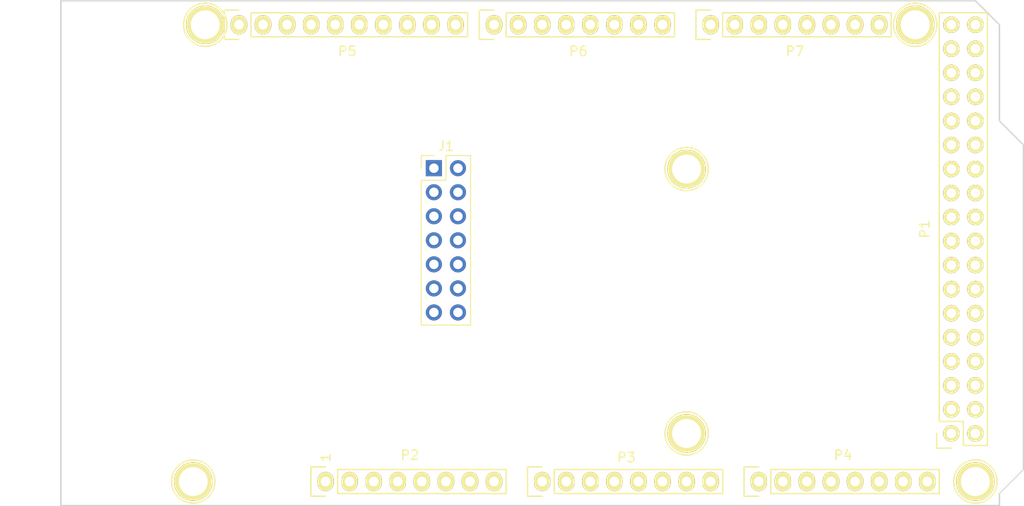
<source format=kicad_pcb>
(kicad_pcb (version 4) (host pcbnew 4.0.7)

  (general
    (links 6)
    (no_connects 6)
    (area 103.302999 68.250999 205.053001 121.741001)
    (thickness 1.6)
    (drawings 27)
    (tracks 0)
    (zones 0)
    (modules 14)
    (nets 94)
  )

  (page A4)
  (title_block
    (date "mar. 31 mars 2015")
  )

  (layers
    (0 F.Cu signal)
    (31 B.Cu signal)
    (32 B.Adhes user)
    (33 F.Adhes user)
    (34 B.Paste user)
    (35 F.Paste user)
    (36 B.SilkS user)
    (37 F.SilkS user)
    (38 B.Mask user)
    (39 F.Mask user)
    (40 Dwgs.User user)
    (41 Cmts.User user)
    (42 Eco1.User user)
    (43 Eco2.User user)
    (44 Edge.Cuts user)
    (45 Margin user)
    (46 B.CrtYd user)
    (47 F.CrtYd user)
    (48 B.Fab user)
    (49 F.Fab user)
  )

  (setup
    (last_trace_width 0.25)
    (trace_clearance 0.2)
    (zone_clearance 0.508)
    (zone_45_only no)
    (trace_min 0.2)
    (segment_width 0.15)
    (edge_width 0.15)
    (via_size 0.6)
    (via_drill 0.4)
    (via_min_size 0.4)
    (via_min_drill 0.3)
    (uvia_size 0.3)
    (uvia_drill 0.1)
    (uvias_allowed no)
    (uvia_min_size 0.2)
    (uvia_min_drill 0.1)
    (pcb_text_width 0.3)
    (pcb_text_size 1.5 1.5)
    (mod_edge_width 0.15)
    (mod_text_size 1 1)
    (mod_text_width 0.15)
    (pad_size 4.064 4.064)
    (pad_drill 3.048)
    (pad_to_mask_clearance 0)
    (aux_axis_origin 103.378 121.666)
    (visible_elements FFFFFF7F)
    (pcbplotparams
      (layerselection 0x00030_80000001)
      (usegerberextensions false)
      (excludeedgelayer true)
      (linewidth 0.100000)
      (plotframeref false)
      (viasonmask false)
      (mode 1)
      (useauxorigin false)
      (hpglpennumber 1)
      (hpglpenspeed 20)
      (hpglpendiameter 15)
      (hpglpenoverlay 2)
      (psnegative false)
      (psa4output false)
      (plotreference true)
      (plotvalue true)
      (plotinvisibletext false)
      (padsonsilk false)
      (subtractmaskfromsilk false)
      (outputformat 1)
      (mirror false)
      (drillshape 1)
      (scaleselection 1)
      (outputdirectory ""))
  )

  (net 0 "")
  (net 1 GND)
  (net 2 "/52(SCK)")
  (net 3 "/53(SS)")
  (net 4 "/50(MISO)")
  (net 5 "/51(MOSI)")
  (net 6 /48)
  (net 7 /49)
  (net 8 /46)
  (net 9 /47)
  (net 10 /44)
  (net 11 /45)
  (net 12 /42)
  (net 13 /43)
  (net 14 /40)
  (net 15 /41)
  (net 16 /38)
  (net 17 /39)
  (net 18 /36)
  (net 19 /37)
  (net 20 /34)
  (net 21 /35)
  (net 22 /32)
  (net 23 /33)
  (net 24 /30)
  (net 25 /31)
  (net 26 /28)
  (net 27 /29)
  (net 28 /26)
  (net 29 /27)
  (net 30 /24)
  (net 31 /25)
  (net 32 /22)
  (net 33 /23)
  (net 34 +5V)
  (net 35 /IOREF)
  (net 36 /Reset)
  (net 37 /Vin)
  (net 38 /A0)
  (net 39 /A1)
  (net 40 /A2)
  (net 41 /A3)
  (net 42 /A4)
  (net 43 /A5)
  (net 44 /A6)
  (net 45 /A7)
  (net 46 /A8)
  (net 47 /A9)
  (net 48 /A10)
  (net 49 /A11)
  (net 50 /A12)
  (net 51 /A13)
  (net 52 /A14)
  (net 53 /A15)
  (net 54 /SCL)
  (net 55 /SDA)
  (net 56 /AREF)
  (net 57 "/13(**)")
  (net 58 "/12(**)")
  (net 59 "/11(**)")
  (net 60 "/10(**)")
  (net 61 "/9(**)")
  (net 62 "/8(**)")
  (net 63 "/7(**)")
  (net 64 "/6(**)")
  (net 65 "/5(**)")
  (net 66 "/4(**)")
  (net 67 "/3(**)")
  (net 68 "/2(**)")
  (net 69 "/20(SDA)")
  (net 70 "/21(SCL)")
  (net 71 "Net-(P8-Pad1)")
  (net 72 "Net-(P9-Pad1)")
  (net 73 "Net-(P10-Pad1)")
  (net 74 "Net-(P11-Pad1)")
  (net 75 "Net-(P12-Pad1)")
  (net 76 "Net-(P13-Pad1)")
  (net 77 "Net-(P2-Pad1)")
  (net 78 +3V3)
  (net 79 "/1(Tx0)")
  (net 80 "/0(Rx0)")
  (net 81 "/14(Tx3)")
  (net 82 "/15(Rx3)")
  (net 83 "/16(Tx2)")
  (net 84 "/17(Rx2)")
  (net 85 "/18(Tx1)")
  (net 86 "/19(Rx1)")
  (net 87 "Net-(J1-Pad8)")
  (net 88 "Net-(J1-Pad9)")
  (net 89 "Net-(J1-Pad10)")
  (net 90 "Net-(J1-Pad11)")
  (net 91 "Net-(J1-Pad12)")
  (net 92 "Net-(J1-Pad13)")
  (net 93 "Net-(J1-Pad14)")

  (net_class Default "This is the default net class."
    (clearance 0.2)
    (trace_width 0.25)
    (via_dia 0.6)
    (via_drill 0.4)
    (uvia_dia 0.3)
    (uvia_drill 0.1)
    (add_net +3V3)
    (add_net +5V)
    (add_net "/0(Rx0)")
    (add_net "/1(Tx0)")
    (add_net "/10(**)")
    (add_net "/11(**)")
    (add_net "/12(**)")
    (add_net "/13(**)")
    (add_net "/14(Tx3)")
    (add_net "/15(Rx3)")
    (add_net "/16(Tx2)")
    (add_net "/17(Rx2)")
    (add_net "/18(Tx1)")
    (add_net "/19(Rx1)")
    (add_net "/2(**)")
    (add_net "/20(SDA)")
    (add_net "/21(SCL)")
    (add_net /22)
    (add_net /23)
    (add_net /24)
    (add_net /25)
    (add_net /26)
    (add_net /27)
    (add_net /28)
    (add_net /29)
    (add_net "/3(**)")
    (add_net /30)
    (add_net /31)
    (add_net /32)
    (add_net /33)
    (add_net /34)
    (add_net /35)
    (add_net /36)
    (add_net /37)
    (add_net /38)
    (add_net /39)
    (add_net "/4(**)")
    (add_net /40)
    (add_net /41)
    (add_net /42)
    (add_net /43)
    (add_net /44)
    (add_net /45)
    (add_net /46)
    (add_net /47)
    (add_net /48)
    (add_net /49)
    (add_net "/5(**)")
    (add_net "/50(MISO)")
    (add_net "/51(MOSI)")
    (add_net "/52(SCK)")
    (add_net "/53(SS)")
    (add_net "/6(**)")
    (add_net "/7(**)")
    (add_net "/8(**)")
    (add_net "/9(**)")
    (add_net /A0)
    (add_net /A1)
    (add_net /A10)
    (add_net /A11)
    (add_net /A12)
    (add_net /A13)
    (add_net /A14)
    (add_net /A15)
    (add_net /A2)
    (add_net /A3)
    (add_net /A4)
    (add_net /A5)
    (add_net /A6)
    (add_net /A7)
    (add_net /A8)
    (add_net /A9)
    (add_net /AREF)
    (add_net /IOREF)
    (add_net /Reset)
    (add_net /SCL)
    (add_net /SDA)
    (add_net /Vin)
    (add_net GND)
    (add_net "Net-(J1-Pad10)")
    (add_net "Net-(J1-Pad11)")
    (add_net "Net-(J1-Pad12)")
    (add_net "Net-(J1-Pad13)")
    (add_net "Net-(J1-Pad14)")
    (add_net "Net-(J1-Pad8)")
    (add_net "Net-(J1-Pad9)")
    (add_net "Net-(P10-Pad1)")
    (add_net "Net-(P11-Pad1)")
    (add_net "Net-(P12-Pad1)")
    (add_net "Net-(P13-Pad1)")
    (add_net "Net-(P2-Pad1)")
    (add_net "Net-(P8-Pad1)")
    (add_net "Net-(P9-Pad1)")
  )

  (module Socket_Arduino_Mega:Socket_Strip_Arduino_2x18 locked (layer F.Cu) (tedit 55216789) (tstamp 551AFCE5)
    (at 197.358 114.046 90)
    (descr "Through hole socket strip")
    (tags "socket strip")
    (path /56D743B5)
    (fp_text reference P1 (at 21.59 -2.794 90) (layer F.SilkS)
      (effects (font (size 1 1) (thickness 0.15)))
    )
    (fp_text value Digital (at 21.59 -4.572 90) (layer F.Fab)
      (effects (font (size 1 1) (thickness 0.15)))
    )
    (fp_line (start -1.75 -1.75) (end -1.75 4.3) (layer F.CrtYd) (width 0.05))
    (fp_line (start 44.95 -1.75) (end 44.95 4.3) (layer F.CrtYd) (width 0.05))
    (fp_line (start -1.75 -1.75) (end 44.95 -1.75) (layer F.CrtYd) (width 0.05))
    (fp_line (start -1.75 4.3) (end 44.95 4.3) (layer F.CrtYd) (width 0.05))
    (fp_line (start -1.27 3.81) (end 44.45 3.81) (layer F.SilkS) (width 0.15))
    (fp_line (start 44.45 -1.27) (end 1.27 -1.27) (layer F.SilkS) (width 0.15))
    (fp_line (start 44.45 3.81) (end 44.45 -1.27) (layer F.SilkS) (width 0.15))
    (fp_line (start -1.27 3.81) (end -1.27 1.27) (layer F.SilkS) (width 0.15))
    (fp_line (start 0 -1.55) (end -1.55 -1.55) (layer F.SilkS) (width 0.15))
    (fp_line (start -1.27 1.27) (end 1.27 1.27) (layer F.SilkS) (width 0.15))
    (fp_line (start 1.27 1.27) (end 1.27 -1.27) (layer F.SilkS) (width 0.15))
    (fp_line (start -1.55 -1.55) (end -1.55 0) (layer F.SilkS) (width 0.15))
    (pad 1 thru_hole circle (at 0 0 90) (size 1.7272 1.7272) (drill 1.016) (layers *.Cu *.Mask F.SilkS)
      (net 1 GND))
    (pad 2 thru_hole oval (at 0 2.54 90) (size 1.7272 1.7272) (drill 1.016) (layers *.Cu *.Mask F.SilkS)
      (net 1 GND))
    (pad 3 thru_hole oval (at 2.54 0 90) (size 1.7272 1.7272) (drill 1.016) (layers *.Cu *.Mask F.SilkS)
      (net 2 "/52(SCK)"))
    (pad 4 thru_hole oval (at 2.54 2.54 90) (size 1.7272 1.7272) (drill 1.016) (layers *.Cu *.Mask F.SilkS)
      (net 3 "/53(SS)"))
    (pad 5 thru_hole oval (at 5.08 0 90) (size 1.7272 1.7272) (drill 1.016) (layers *.Cu *.Mask F.SilkS)
      (net 4 "/50(MISO)"))
    (pad 6 thru_hole oval (at 5.08 2.54 90) (size 1.7272 1.7272) (drill 1.016) (layers *.Cu *.Mask F.SilkS)
      (net 5 "/51(MOSI)"))
    (pad 7 thru_hole oval (at 7.62 0 90) (size 1.7272 1.7272) (drill 1.016) (layers *.Cu *.Mask F.SilkS)
      (net 6 /48))
    (pad 8 thru_hole oval (at 7.62 2.54 90) (size 1.7272 1.7272) (drill 1.016) (layers *.Cu *.Mask F.SilkS)
      (net 7 /49))
    (pad 9 thru_hole oval (at 10.16 0 90) (size 1.7272 1.7272) (drill 1.016) (layers *.Cu *.Mask F.SilkS)
      (net 8 /46))
    (pad 10 thru_hole oval (at 10.16 2.54 90) (size 1.7272 1.7272) (drill 1.016) (layers *.Cu *.Mask F.SilkS)
      (net 9 /47))
    (pad 11 thru_hole oval (at 12.7 0 90) (size 1.7272 1.7272) (drill 1.016) (layers *.Cu *.Mask F.SilkS)
      (net 10 /44))
    (pad 12 thru_hole oval (at 12.7 2.54 90) (size 1.7272 1.7272) (drill 1.016) (layers *.Cu *.Mask F.SilkS)
      (net 11 /45))
    (pad 13 thru_hole oval (at 15.24 0 90) (size 1.7272 1.7272) (drill 1.016) (layers *.Cu *.Mask F.SilkS)
      (net 12 /42))
    (pad 14 thru_hole oval (at 15.24 2.54 90) (size 1.7272 1.7272) (drill 1.016) (layers *.Cu *.Mask F.SilkS)
      (net 13 /43))
    (pad 15 thru_hole oval (at 17.78 0 90) (size 1.7272 1.7272) (drill 1.016) (layers *.Cu *.Mask F.SilkS)
      (net 14 /40))
    (pad 16 thru_hole oval (at 17.78 2.54 90) (size 1.7272 1.7272) (drill 1.016) (layers *.Cu *.Mask F.SilkS)
      (net 15 /41))
    (pad 17 thru_hole oval (at 20.32 0 90) (size 1.7272 1.7272) (drill 1.016) (layers *.Cu *.Mask F.SilkS)
      (net 16 /38))
    (pad 18 thru_hole oval (at 20.32 2.54 90) (size 1.7272 1.7272) (drill 1.016) (layers *.Cu *.Mask F.SilkS)
      (net 17 /39))
    (pad 19 thru_hole oval (at 22.86 0 90) (size 1.7272 1.7272) (drill 1.016) (layers *.Cu *.Mask F.SilkS)
      (net 18 /36))
    (pad 20 thru_hole oval (at 22.86 2.54 90) (size 1.7272 1.7272) (drill 1.016) (layers *.Cu *.Mask F.SilkS)
      (net 19 /37))
    (pad 21 thru_hole oval (at 25.4 0 90) (size 1.7272 1.7272) (drill 1.016) (layers *.Cu *.Mask F.SilkS)
      (net 20 /34))
    (pad 22 thru_hole oval (at 25.4 2.54 90) (size 1.7272 1.7272) (drill 1.016) (layers *.Cu *.Mask F.SilkS)
      (net 21 /35))
    (pad 23 thru_hole oval (at 27.94 0 90) (size 1.7272 1.7272) (drill 1.016) (layers *.Cu *.Mask F.SilkS)
      (net 22 /32))
    (pad 24 thru_hole oval (at 27.94 2.54 90) (size 1.7272 1.7272) (drill 1.016) (layers *.Cu *.Mask F.SilkS)
      (net 23 /33))
    (pad 25 thru_hole oval (at 30.48 0 90) (size 1.7272 1.7272) (drill 1.016) (layers *.Cu *.Mask F.SilkS)
      (net 24 /30))
    (pad 26 thru_hole oval (at 30.48 2.54 90) (size 1.7272 1.7272) (drill 1.016) (layers *.Cu *.Mask F.SilkS)
      (net 25 /31))
    (pad 27 thru_hole oval (at 33.02 0 90) (size 1.7272 1.7272) (drill 1.016) (layers *.Cu *.Mask F.SilkS)
      (net 26 /28))
    (pad 28 thru_hole oval (at 33.02 2.54 90) (size 1.7272 1.7272) (drill 1.016) (layers *.Cu *.Mask F.SilkS)
      (net 27 /29))
    (pad 29 thru_hole oval (at 35.56 0 90) (size 1.7272 1.7272) (drill 1.016) (layers *.Cu *.Mask F.SilkS)
      (net 28 /26))
    (pad 30 thru_hole oval (at 35.56 2.54 90) (size 1.7272 1.7272) (drill 1.016) (layers *.Cu *.Mask F.SilkS)
      (net 29 /27))
    (pad 31 thru_hole oval (at 38.1 0 90) (size 1.7272 1.7272) (drill 1.016) (layers *.Cu *.Mask F.SilkS)
      (net 30 /24))
    (pad 32 thru_hole oval (at 38.1 2.54 90) (size 1.7272 1.7272) (drill 1.016) (layers *.Cu *.Mask F.SilkS)
      (net 31 /25))
    (pad 33 thru_hole oval (at 40.64 0 90) (size 1.7272 1.7272) (drill 1.016) (layers *.Cu *.Mask F.SilkS)
      (net 32 /22))
    (pad 34 thru_hole oval (at 40.64 2.54 90) (size 1.7272 1.7272) (drill 1.016) (layers *.Cu *.Mask F.SilkS)
      (net 33 /23))
    (pad 35 thru_hole oval (at 43.18 0 90) (size 1.7272 1.7272) (drill 1.016) (layers *.Cu *.Mask F.SilkS)
      (net 34 +5V))
    (pad 36 thru_hole oval (at 43.18 2.54 90) (size 1.7272 1.7272) (drill 1.016) (layers *.Cu *.Mask F.SilkS)
      (net 34 +5V))
    (model ${KIPRJMOD}/Socket_Arduino_Mega.3dshapes/Socket_header_Arduino_2x18.wrl
      (at (xyz 0.85 -0.05 0))
      (scale (xyz 1 1 1))
      (rotate (xyz 0 0 180))
    )
  )

  (module Socket_Arduino_Mega:Socket_Strip_Arduino_1x08 locked (layer F.Cu) (tedit 55216755) (tstamp 551AFCFC)
    (at 131.318 119.126)
    (descr "Through hole socket strip")
    (tags "socket strip")
    (path /56D71773)
    (fp_text reference P2 (at 8.89 -2.794) (layer F.SilkS)
      (effects (font (size 1 1) (thickness 0.15)))
    )
    (fp_text value Power (at 8.89 -4.318) (layer F.Fab)
      (effects (font (size 1 1) (thickness 0.15)))
    )
    (fp_line (start -1.75 -1.75) (end -1.75 1.75) (layer F.CrtYd) (width 0.05))
    (fp_line (start 19.55 -1.75) (end 19.55 1.75) (layer F.CrtYd) (width 0.05))
    (fp_line (start -1.75 -1.75) (end 19.55 -1.75) (layer F.CrtYd) (width 0.05))
    (fp_line (start -1.75 1.75) (end 19.55 1.75) (layer F.CrtYd) (width 0.05))
    (fp_line (start 1.27 1.27) (end 19.05 1.27) (layer F.SilkS) (width 0.15))
    (fp_line (start 19.05 1.27) (end 19.05 -1.27) (layer F.SilkS) (width 0.15))
    (fp_line (start 19.05 -1.27) (end 1.27 -1.27) (layer F.SilkS) (width 0.15))
    (fp_line (start -1.55 1.55) (end 0 1.55) (layer F.SilkS) (width 0.15))
    (fp_line (start 1.27 1.27) (end 1.27 -1.27) (layer F.SilkS) (width 0.15))
    (fp_line (start 0 -1.55) (end -1.55 -1.55) (layer F.SilkS) (width 0.15))
    (fp_line (start -1.55 -1.55) (end -1.55 1.55) (layer F.SilkS) (width 0.15))
    (pad 1 thru_hole oval (at 0 0) (size 1.7272 2.032) (drill 1.016) (layers *.Cu *.Mask F.SilkS)
      (net 77 "Net-(P2-Pad1)"))
    (pad 2 thru_hole oval (at 2.54 0) (size 1.7272 2.032) (drill 1.016) (layers *.Cu *.Mask F.SilkS)
      (net 35 /IOREF))
    (pad 3 thru_hole oval (at 5.08 0) (size 1.7272 2.032) (drill 1.016) (layers *.Cu *.Mask F.SilkS)
      (net 36 /Reset))
    (pad 4 thru_hole oval (at 7.62 0) (size 1.7272 2.032) (drill 1.016) (layers *.Cu *.Mask F.SilkS)
      (net 78 +3V3))
    (pad 5 thru_hole oval (at 10.16 0) (size 1.7272 2.032) (drill 1.016) (layers *.Cu *.Mask F.SilkS)
      (net 34 +5V))
    (pad 6 thru_hole oval (at 12.7 0) (size 1.7272 2.032) (drill 1.016) (layers *.Cu *.Mask F.SilkS)
      (net 1 GND))
    (pad 7 thru_hole oval (at 15.24 0) (size 1.7272 2.032) (drill 1.016) (layers *.Cu *.Mask F.SilkS)
      (net 1 GND))
    (pad 8 thru_hole oval (at 17.78 0) (size 1.7272 2.032) (drill 1.016) (layers *.Cu *.Mask F.SilkS)
      (net 37 /Vin))
    (model ${KIPRJMOD}/Socket_Arduino_Mega.3dshapes/Socket_header_Arduino_1x08.wrl
      (at (xyz 0.35 0 0))
      (scale (xyz 1 1 1))
      (rotate (xyz 0 0 180))
    )
  )

  (module Socket_Arduino_Mega:Socket_Strip_Arduino_1x08 locked (layer F.Cu) (tedit 5521677D) (tstamp 551AFD13)
    (at 154.178 119.126)
    (descr "Through hole socket strip")
    (tags "socket strip")
    (path /56D72F1C)
    (fp_text reference P3 (at 8.89 -2.54) (layer F.SilkS)
      (effects (font (size 1 1) (thickness 0.15)))
    )
    (fp_text value Analog (at 8.89 -4.318) (layer F.Fab)
      (effects (font (size 1 1) (thickness 0.15)))
    )
    (fp_line (start -1.75 -1.75) (end -1.75 1.75) (layer F.CrtYd) (width 0.05))
    (fp_line (start 19.55 -1.75) (end 19.55 1.75) (layer F.CrtYd) (width 0.05))
    (fp_line (start -1.75 -1.75) (end 19.55 -1.75) (layer F.CrtYd) (width 0.05))
    (fp_line (start -1.75 1.75) (end 19.55 1.75) (layer F.CrtYd) (width 0.05))
    (fp_line (start 1.27 1.27) (end 19.05 1.27) (layer F.SilkS) (width 0.15))
    (fp_line (start 19.05 1.27) (end 19.05 -1.27) (layer F.SilkS) (width 0.15))
    (fp_line (start 19.05 -1.27) (end 1.27 -1.27) (layer F.SilkS) (width 0.15))
    (fp_line (start -1.55 1.55) (end 0 1.55) (layer F.SilkS) (width 0.15))
    (fp_line (start 1.27 1.27) (end 1.27 -1.27) (layer F.SilkS) (width 0.15))
    (fp_line (start 0 -1.55) (end -1.55 -1.55) (layer F.SilkS) (width 0.15))
    (fp_line (start -1.55 -1.55) (end -1.55 1.55) (layer F.SilkS) (width 0.15))
    (pad 1 thru_hole oval (at 0 0) (size 1.7272 2.032) (drill 1.016) (layers *.Cu *.Mask F.SilkS)
      (net 38 /A0))
    (pad 2 thru_hole oval (at 2.54 0) (size 1.7272 2.032) (drill 1.016) (layers *.Cu *.Mask F.SilkS)
      (net 39 /A1))
    (pad 3 thru_hole oval (at 5.08 0) (size 1.7272 2.032) (drill 1.016) (layers *.Cu *.Mask F.SilkS)
      (net 40 /A2))
    (pad 4 thru_hole oval (at 7.62 0) (size 1.7272 2.032) (drill 1.016) (layers *.Cu *.Mask F.SilkS)
      (net 41 /A3))
    (pad 5 thru_hole oval (at 10.16 0) (size 1.7272 2.032) (drill 1.016) (layers *.Cu *.Mask F.SilkS)
      (net 42 /A4))
    (pad 6 thru_hole oval (at 12.7 0) (size 1.7272 2.032) (drill 1.016) (layers *.Cu *.Mask F.SilkS)
      (net 43 /A5))
    (pad 7 thru_hole oval (at 15.24 0) (size 1.7272 2.032) (drill 1.016) (layers *.Cu *.Mask F.SilkS)
      (net 44 /A6))
    (pad 8 thru_hole oval (at 17.78 0) (size 1.7272 2.032) (drill 1.016) (layers *.Cu *.Mask F.SilkS)
      (net 45 /A7))
    (model ${KIPRJMOD}/Socket_Arduino_Mega.3dshapes/Socket_header_Arduino_1x08.wrl
      (at (xyz 0.35 0 0))
      (scale (xyz 1 1 1))
      (rotate (xyz 0 0 180))
    )
  )

  (module Socket_Arduino_Mega:Socket_Strip_Arduino_1x08 locked (layer F.Cu) (tedit 55216772) (tstamp 551AFD2A)
    (at 177.038 119.126)
    (descr "Through hole socket strip")
    (tags "socket strip")
    (path /56D73A0E)
    (fp_text reference P4 (at 8.89 -2.794) (layer F.SilkS)
      (effects (font (size 1 1) (thickness 0.15)))
    )
    (fp_text value Analog (at 8.89 -4.318) (layer F.Fab)
      (effects (font (size 1 1) (thickness 0.15)))
    )
    (fp_line (start -1.75 -1.75) (end -1.75 1.75) (layer F.CrtYd) (width 0.05))
    (fp_line (start 19.55 -1.75) (end 19.55 1.75) (layer F.CrtYd) (width 0.05))
    (fp_line (start -1.75 -1.75) (end 19.55 -1.75) (layer F.CrtYd) (width 0.05))
    (fp_line (start -1.75 1.75) (end 19.55 1.75) (layer F.CrtYd) (width 0.05))
    (fp_line (start 1.27 1.27) (end 19.05 1.27) (layer F.SilkS) (width 0.15))
    (fp_line (start 19.05 1.27) (end 19.05 -1.27) (layer F.SilkS) (width 0.15))
    (fp_line (start 19.05 -1.27) (end 1.27 -1.27) (layer F.SilkS) (width 0.15))
    (fp_line (start -1.55 1.55) (end 0 1.55) (layer F.SilkS) (width 0.15))
    (fp_line (start 1.27 1.27) (end 1.27 -1.27) (layer F.SilkS) (width 0.15))
    (fp_line (start 0 -1.55) (end -1.55 -1.55) (layer F.SilkS) (width 0.15))
    (fp_line (start -1.55 -1.55) (end -1.55 1.55) (layer F.SilkS) (width 0.15))
    (pad 1 thru_hole oval (at 0 0) (size 1.7272 2.032) (drill 1.016) (layers *.Cu *.Mask F.SilkS)
      (net 46 /A8))
    (pad 2 thru_hole oval (at 2.54 0) (size 1.7272 2.032) (drill 1.016) (layers *.Cu *.Mask F.SilkS)
      (net 47 /A9))
    (pad 3 thru_hole oval (at 5.08 0) (size 1.7272 2.032) (drill 1.016) (layers *.Cu *.Mask F.SilkS)
      (net 48 /A10))
    (pad 4 thru_hole oval (at 7.62 0) (size 1.7272 2.032) (drill 1.016) (layers *.Cu *.Mask F.SilkS)
      (net 49 /A11))
    (pad 5 thru_hole oval (at 10.16 0) (size 1.7272 2.032) (drill 1.016) (layers *.Cu *.Mask F.SilkS)
      (net 50 /A12))
    (pad 6 thru_hole oval (at 12.7 0) (size 1.7272 2.032) (drill 1.016) (layers *.Cu *.Mask F.SilkS)
      (net 51 /A13))
    (pad 7 thru_hole oval (at 15.24 0) (size 1.7272 2.032) (drill 1.016) (layers *.Cu *.Mask F.SilkS)
      (net 52 /A14))
    (pad 8 thru_hole oval (at 17.78 0) (size 1.7272 2.032) (drill 1.016) (layers *.Cu *.Mask F.SilkS)
      (net 53 /A15))
    (model ${KIPRJMOD}/Socket_Arduino_Mega.3dshapes/Socket_header_Arduino_1x08.wrl
      (at (xyz 0.35 0 0))
      (scale (xyz 1 1 1))
      (rotate (xyz 0 0 180))
    )
  )

  (module Socket_Arduino_Mega:Socket_Strip_Arduino_1x10 locked (layer F.Cu) (tedit 551AFC9C) (tstamp 551AFD43)
    (at 122.174 70.866)
    (descr "Through hole socket strip")
    (tags "socket strip")
    (path /56D72368)
    (fp_text reference P5 (at 11.43 2.794) (layer F.SilkS)
      (effects (font (size 1 1) (thickness 0.15)))
    )
    (fp_text value PWM (at 11.43 4.318) (layer F.Fab)
      (effects (font (size 1 1) (thickness 0.15)))
    )
    (fp_line (start -1.75 -1.75) (end -1.75 1.75) (layer F.CrtYd) (width 0.05))
    (fp_line (start 24.65 -1.75) (end 24.65 1.75) (layer F.CrtYd) (width 0.05))
    (fp_line (start -1.75 -1.75) (end 24.65 -1.75) (layer F.CrtYd) (width 0.05))
    (fp_line (start -1.75 1.75) (end 24.65 1.75) (layer F.CrtYd) (width 0.05))
    (fp_line (start 1.27 1.27) (end 24.13 1.27) (layer F.SilkS) (width 0.15))
    (fp_line (start 24.13 1.27) (end 24.13 -1.27) (layer F.SilkS) (width 0.15))
    (fp_line (start 24.13 -1.27) (end 1.27 -1.27) (layer F.SilkS) (width 0.15))
    (fp_line (start -1.55 1.55) (end 0 1.55) (layer F.SilkS) (width 0.15))
    (fp_line (start 1.27 1.27) (end 1.27 -1.27) (layer F.SilkS) (width 0.15))
    (fp_line (start 0 -1.55) (end -1.55 -1.55) (layer F.SilkS) (width 0.15))
    (fp_line (start -1.55 -1.55) (end -1.55 1.55) (layer F.SilkS) (width 0.15))
    (pad 1 thru_hole oval (at 0 0) (size 1.7272 2.032) (drill 1.016) (layers *.Cu *.Mask F.SilkS)
      (net 54 /SCL))
    (pad 2 thru_hole oval (at 2.54 0) (size 1.7272 2.032) (drill 1.016) (layers *.Cu *.Mask F.SilkS)
      (net 55 /SDA))
    (pad 3 thru_hole oval (at 5.08 0) (size 1.7272 2.032) (drill 1.016) (layers *.Cu *.Mask F.SilkS)
      (net 56 /AREF))
    (pad 4 thru_hole oval (at 7.62 0) (size 1.7272 2.032) (drill 1.016) (layers *.Cu *.Mask F.SilkS)
      (net 1 GND))
    (pad 5 thru_hole oval (at 10.16 0) (size 1.7272 2.032) (drill 1.016) (layers *.Cu *.Mask F.SilkS)
      (net 57 "/13(**)"))
    (pad 6 thru_hole oval (at 12.7 0) (size 1.7272 2.032) (drill 1.016) (layers *.Cu *.Mask F.SilkS)
      (net 58 "/12(**)"))
    (pad 7 thru_hole oval (at 15.24 0) (size 1.7272 2.032) (drill 1.016) (layers *.Cu *.Mask F.SilkS)
      (net 59 "/11(**)"))
    (pad 8 thru_hole oval (at 17.78 0) (size 1.7272 2.032) (drill 1.016) (layers *.Cu *.Mask F.SilkS)
      (net 60 "/10(**)"))
    (pad 9 thru_hole oval (at 20.32 0) (size 1.7272 2.032) (drill 1.016) (layers *.Cu *.Mask F.SilkS)
      (net 61 "/9(**)"))
    (pad 10 thru_hole oval (at 22.86 0) (size 1.7272 2.032) (drill 1.016) (layers *.Cu *.Mask F.SilkS)
      (net 62 "/8(**)"))
    (model ${KIPRJMOD}/Socket_Arduino_Mega.3dshapes/Socket_header_Arduino_1x10.wrl
      (at (xyz 0.45 0 0))
      (scale (xyz 1 1 1))
      (rotate (xyz 0 0 180))
    )
  )

  (module Socket_Arduino_Mega:Socket_Strip_Arduino_1x08 locked (layer F.Cu) (tedit 551AFC7F) (tstamp 551AFD5A)
    (at 149.098 70.866)
    (descr "Through hole socket strip")
    (tags "socket strip")
    (path /56D734D0)
    (fp_text reference P6 (at 8.89 2.794) (layer F.SilkS)
      (effects (font (size 1 1) (thickness 0.15)))
    )
    (fp_text value PWM (at 8.89 4.318) (layer F.Fab)
      (effects (font (size 1 1) (thickness 0.15)))
    )
    (fp_line (start -1.75 -1.75) (end -1.75 1.75) (layer F.CrtYd) (width 0.05))
    (fp_line (start 19.55 -1.75) (end 19.55 1.75) (layer F.CrtYd) (width 0.05))
    (fp_line (start -1.75 -1.75) (end 19.55 -1.75) (layer F.CrtYd) (width 0.05))
    (fp_line (start -1.75 1.75) (end 19.55 1.75) (layer F.CrtYd) (width 0.05))
    (fp_line (start 1.27 1.27) (end 19.05 1.27) (layer F.SilkS) (width 0.15))
    (fp_line (start 19.05 1.27) (end 19.05 -1.27) (layer F.SilkS) (width 0.15))
    (fp_line (start 19.05 -1.27) (end 1.27 -1.27) (layer F.SilkS) (width 0.15))
    (fp_line (start -1.55 1.55) (end 0 1.55) (layer F.SilkS) (width 0.15))
    (fp_line (start 1.27 1.27) (end 1.27 -1.27) (layer F.SilkS) (width 0.15))
    (fp_line (start 0 -1.55) (end -1.55 -1.55) (layer F.SilkS) (width 0.15))
    (fp_line (start -1.55 -1.55) (end -1.55 1.55) (layer F.SilkS) (width 0.15))
    (pad 1 thru_hole oval (at 0 0) (size 1.7272 2.032) (drill 1.016) (layers *.Cu *.Mask F.SilkS)
      (net 63 "/7(**)"))
    (pad 2 thru_hole oval (at 2.54 0) (size 1.7272 2.032) (drill 1.016) (layers *.Cu *.Mask F.SilkS)
      (net 64 "/6(**)"))
    (pad 3 thru_hole oval (at 5.08 0) (size 1.7272 2.032) (drill 1.016) (layers *.Cu *.Mask F.SilkS)
      (net 65 "/5(**)"))
    (pad 4 thru_hole oval (at 7.62 0) (size 1.7272 2.032) (drill 1.016) (layers *.Cu *.Mask F.SilkS)
      (net 66 "/4(**)"))
    (pad 5 thru_hole oval (at 10.16 0) (size 1.7272 2.032) (drill 1.016) (layers *.Cu *.Mask F.SilkS)
      (net 67 "/3(**)"))
    (pad 6 thru_hole oval (at 12.7 0) (size 1.7272 2.032) (drill 1.016) (layers *.Cu *.Mask F.SilkS)
      (net 68 "/2(**)"))
    (pad 7 thru_hole oval (at 15.24 0) (size 1.7272 2.032) (drill 1.016) (layers *.Cu *.Mask F.SilkS)
      (net 79 "/1(Tx0)"))
    (pad 8 thru_hole oval (at 17.78 0) (size 1.7272 2.032) (drill 1.016) (layers *.Cu *.Mask F.SilkS)
      (net 80 "/0(Rx0)"))
    (model ${KIPRJMOD}/Socket_Arduino_Mega.3dshapes/Socket_header_Arduino_1x08.wrl
      (at (xyz 0.35 0 0))
      (scale (xyz 1 1 1))
      (rotate (xyz 0 0 180))
    )
  )

  (module Socket_Arduino_Mega:Socket_Strip_Arduino_1x08 locked (layer F.Cu) (tedit 551AFC73) (tstamp 551AFD71)
    (at 171.958 70.866)
    (descr "Through hole socket strip")
    (tags "socket strip")
    (path /56D73F2C)
    (fp_text reference P7 (at 8.89 2.794) (layer F.SilkS)
      (effects (font (size 1 1) (thickness 0.15)))
    )
    (fp_text value Communication (at 8.89 4.064) (layer F.Fab)
      (effects (font (size 1 1) (thickness 0.15)))
    )
    (fp_line (start -1.75 -1.75) (end -1.75 1.75) (layer F.CrtYd) (width 0.05))
    (fp_line (start 19.55 -1.75) (end 19.55 1.75) (layer F.CrtYd) (width 0.05))
    (fp_line (start -1.75 -1.75) (end 19.55 -1.75) (layer F.CrtYd) (width 0.05))
    (fp_line (start -1.75 1.75) (end 19.55 1.75) (layer F.CrtYd) (width 0.05))
    (fp_line (start 1.27 1.27) (end 19.05 1.27) (layer F.SilkS) (width 0.15))
    (fp_line (start 19.05 1.27) (end 19.05 -1.27) (layer F.SilkS) (width 0.15))
    (fp_line (start 19.05 -1.27) (end 1.27 -1.27) (layer F.SilkS) (width 0.15))
    (fp_line (start -1.55 1.55) (end 0 1.55) (layer F.SilkS) (width 0.15))
    (fp_line (start 1.27 1.27) (end 1.27 -1.27) (layer F.SilkS) (width 0.15))
    (fp_line (start 0 -1.55) (end -1.55 -1.55) (layer F.SilkS) (width 0.15))
    (fp_line (start -1.55 -1.55) (end -1.55 1.55) (layer F.SilkS) (width 0.15))
    (pad 1 thru_hole oval (at 0 0) (size 1.7272 2.032) (drill 1.016) (layers *.Cu *.Mask F.SilkS)
      (net 81 "/14(Tx3)"))
    (pad 2 thru_hole oval (at 2.54 0) (size 1.7272 2.032) (drill 1.016) (layers *.Cu *.Mask F.SilkS)
      (net 82 "/15(Rx3)"))
    (pad 3 thru_hole oval (at 5.08 0) (size 1.7272 2.032) (drill 1.016) (layers *.Cu *.Mask F.SilkS)
      (net 83 "/16(Tx2)"))
    (pad 4 thru_hole oval (at 7.62 0) (size 1.7272 2.032) (drill 1.016) (layers *.Cu *.Mask F.SilkS)
      (net 84 "/17(Rx2)"))
    (pad 5 thru_hole oval (at 10.16 0) (size 1.7272 2.032) (drill 1.016) (layers *.Cu *.Mask F.SilkS)
      (net 85 "/18(Tx1)"))
    (pad 6 thru_hole oval (at 12.7 0) (size 1.7272 2.032) (drill 1.016) (layers *.Cu *.Mask F.SilkS)
      (net 86 "/19(Rx1)"))
    (pad 7 thru_hole oval (at 15.24 0) (size 1.7272 2.032) (drill 1.016) (layers *.Cu *.Mask F.SilkS)
      (net 69 "/20(SDA)"))
    (pad 8 thru_hole oval (at 17.78 0) (size 1.7272 2.032) (drill 1.016) (layers *.Cu *.Mask F.SilkS)
      (net 70 "/21(SCL)"))
    (model ${KIPRJMOD}/Socket_Arduino_Mega.3dshapes/Socket_header_Arduino_1x08.wrl
      (at (xyz 0.35 0 0))
      (scale (xyz 1 1 1))
      (rotate (xyz 0 0 180))
    )
  )

  (module Socket_Arduino_Mega:Arduino_1pin locked (layer F.Cu) (tedit 5524FDA7) (tstamp 5524FE07)
    (at 117.348 119.126)
    (descr "module 1 pin (ou trou mecanique de percage)")
    (tags DEV)
    (path /56D70B71)
    (fp_text reference P8 (at 0 -3.048) (layer F.SilkS) hide
      (effects (font (size 1 1) (thickness 0.15)))
    )
    (fp_text value CONN_01X01 (at 0 2.794) (layer F.Fab) hide
      (effects (font (size 1 1) (thickness 0.15)))
    )
    (fp_circle (center 0 0) (end 0 -2.286) (layer F.SilkS) (width 0.15))
    (pad 1 thru_hole circle (at 0 0) (size 4.064 4.064) (drill 3.048) (layers *.Cu *.Mask F.SilkS)
      (net 71 "Net-(P8-Pad1)"))
  )

  (module Socket_Arduino_Mega:Arduino_1pin locked (layer F.Cu) (tedit 5524FDB2) (tstamp 5524FE0C)
    (at 169.418 114.046)
    (descr "module 1 pin (ou trou mecanique de percage)")
    (tags DEV)
    (path /56D70C9B)
    (fp_text reference P9 (at 0 -3.048) (layer F.SilkS) hide
      (effects (font (size 1 1) (thickness 0.15)))
    )
    (fp_text value CONN_01X01 (at 0 2.794) (layer F.Fab) hide
      (effects (font (size 1 1) (thickness 0.15)))
    )
    (fp_circle (center 0 0) (end 0 -2.286) (layer F.SilkS) (width 0.15))
    (pad 1 thru_hole circle (at 0 0) (size 4.064 4.064) (drill 3.048) (layers *.Cu *.Mask F.SilkS)
      (net 72 "Net-(P9-Pad1)"))
  )

  (module Socket_Arduino_Mega:Arduino_1pin locked (layer F.Cu) (tedit 5524FDBB) (tstamp 5524FE11)
    (at 199.898 119.126)
    (descr "module 1 pin (ou trou mecanique de percage)")
    (tags DEV)
    (path /56D70CE6)
    (fp_text reference P10 (at 0 -3.048) (layer F.SilkS) hide
      (effects (font (size 1 1) (thickness 0.15)))
    )
    (fp_text value CONN_01X01 (at 0 2.794) (layer F.Fab) hide
      (effects (font (size 1 1) (thickness 0.15)))
    )
    (fp_circle (center 0 0) (end 0 -2.286) (layer F.SilkS) (width 0.15))
    (pad 1 thru_hole circle (at 0 0) (size 4.064 4.064) (drill 3.048) (layers *.Cu *.Mask F.SilkS)
      (net 73 "Net-(P10-Pad1)"))
  )

  (module Socket_Arduino_Mega:Arduino_1pin locked (layer F.Cu) (tedit 5524FDD2) (tstamp 5524FE16)
    (at 118.618 70.866)
    (descr "module 1 pin (ou trou mecanique de percage)")
    (tags DEV)
    (path /56D70D2C)
    (fp_text reference P11 (at 0 -3.048) (layer F.SilkS) hide
      (effects (font (size 1 1) (thickness 0.15)))
    )
    (fp_text value CONN_01X01 (at 0 2.794) (layer F.Fab) hide
      (effects (font (size 1 1) (thickness 0.15)))
    )
    (fp_circle (center 0 0) (end 0 -2.286) (layer F.SilkS) (width 0.15))
    (pad 1 thru_hole circle (at 0 0) (size 4.064 4.064) (drill 3.048) (layers *.Cu *.Mask F.SilkS)
      (net 74 "Net-(P11-Pad1)"))
  )

  (module Socket_Arduino_Mega:Arduino_1pin locked (layer F.Cu) (tedit 5524FDCA) (tstamp 5524FE1B)
    (at 169.418 86.106)
    (descr "module 1 pin (ou trou mecanique de percage)")
    (tags DEV)
    (path /56D711A2)
    (fp_text reference P12 (at 0 -3.048) (layer F.SilkS) hide
      (effects (font (size 1 1) (thickness 0.15)))
    )
    (fp_text value CONN_01X01 (at 0 2.794) (layer F.Fab) hide
      (effects (font (size 1 1) (thickness 0.15)))
    )
    (fp_circle (center 0 0) (end 0 -2.286) (layer F.SilkS) (width 0.15))
    (pad 1 thru_hole circle (at 0 0) (size 4.064 4.064) (drill 3.048) (layers *.Cu *.Mask F.SilkS)
      (net 75 "Net-(P12-Pad1)"))
  )

  (module Socket_Arduino_Mega:Arduino_1pin locked (layer F.Cu) (tedit 5524FDC4) (tstamp 5524FE20)
    (at 193.548 70.866)
    (descr "module 1 pin (ou trou mecanique de percage)")
    (tags DEV)
    (path /56D711F0)
    (fp_text reference P13 (at 0 -3.048) (layer F.SilkS) hide
      (effects (font (size 1 1) (thickness 0.15)))
    )
    (fp_text value CONN_01X01 (at 0 2.794) (layer F.Fab) hide
      (effects (font (size 1 1) (thickness 0.15)))
    )
    (fp_circle (center 0 0) (end 0 -2.286) (layer F.SilkS) (width 0.15))
    (pad 1 thru_hole circle (at 0 0) (size 4.064 4.064) (drill 3.048) (layers *.Cu *.Mask F.SilkS)
      (net 76 "Net-(P13-Pad1)"))
  )

  (module Pin_Headers:Pin_Header_Straight_2x07_Pitch2.54mm (layer F.Cu) (tedit 59650532) (tstamp 59E448AA)
    (at 142.748 86.021001)
    (descr "Through hole straight pin header, 2x07, 2.54mm pitch, double rows")
    (tags "Through hole pin header THT 2x07 2.54mm double row")
    (path /59C4E815)
    (fp_text reference J1 (at 1.27 -2.33) (layer F.SilkS)
      (effects (font (size 1 1) (thickness 0.15)))
    )
    (fp_text value ESP8266 (at 1.27 17.57) (layer F.Fab)
      (effects (font (size 1 1) (thickness 0.15)))
    )
    (fp_line (start 0 -1.27) (end 3.81 -1.27) (layer F.Fab) (width 0.1))
    (fp_line (start 3.81 -1.27) (end 3.81 16.51) (layer F.Fab) (width 0.1))
    (fp_line (start 3.81 16.51) (end -1.27 16.51) (layer F.Fab) (width 0.1))
    (fp_line (start -1.27 16.51) (end -1.27 0) (layer F.Fab) (width 0.1))
    (fp_line (start -1.27 0) (end 0 -1.27) (layer F.Fab) (width 0.1))
    (fp_line (start -1.33 16.57) (end 3.87 16.57) (layer F.SilkS) (width 0.12))
    (fp_line (start -1.33 1.27) (end -1.33 16.57) (layer F.SilkS) (width 0.12))
    (fp_line (start 3.87 -1.33) (end 3.87 16.57) (layer F.SilkS) (width 0.12))
    (fp_line (start -1.33 1.27) (end 1.27 1.27) (layer F.SilkS) (width 0.12))
    (fp_line (start 1.27 1.27) (end 1.27 -1.33) (layer F.SilkS) (width 0.12))
    (fp_line (start 1.27 -1.33) (end 3.87 -1.33) (layer F.SilkS) (width 0.12))
    (fp_line (start -1.33 0) (end -1.33 -1.33) (layer F.SilkS) (width 0.12))
    (fp_line (start -1.33 -1.33) (end 0 -1.33) (layer F.SilkS) (width 0.12))
    (fp_line (start -1.8 -1.8) (end -1.8 17.05) (layer F.CrtYd) (width 0.05))
    (fp_line (start -1.8 17.05) (end 4.35 17.05) (layer F.CrtYd) (width 0.05))
    (fp_line (start 4.35 17.05) (end 4.35 -1.8) (layer F.CrtYd) (width 0.05))
    (fp_line (start 4.35 -1.8) (end -1.8 -1.8) (layer F.CrtYd) (width 0.05))
    (fp_text user %R (at 1.27 7.62 90) (layer F.Fab)
      (effects (font (size 1 1) (thickness 0.15)))
    )
    (pad 1 thru_hole rect (at 0 0) (size 1.7 1.7) (drill 1) (layers *.Cu *.Mask))
    (pad 2 thru_hole oval (at 2.54 0) (size 1.7 1.7) (drill 1) (layers *.Cu *.Mask))
    (pad 3 thru_hole oval (at 0 2.54) (size 1.7 1.7) (drill 1) (layers *.Cu *.Mask))
    (pad 4 thru_hole oval (at 2.54 2.54) (size 1.7 1.7) (drill 1) (layers *.Cu *.Mask))
    (pad 5 thru_hole oval (at 0 5.08) (size 1.7 1.7) (drill 1) (layers *.Cu *.Mask))
    (pad 6 thru_hole oval (at 2.54 5.08) (size 1.7 1.7) (drill 1) (layers *.Cu *.Mask))
    (pad 7 thru_hole oval (at 0 7.62) (size 1.7 1.7) (drill 1) (layers *.Cu *.Mask))
    (pad 8 thru_hole oval (at 2.54 7.62) (size 1.7 1.7) (drill 1) (layers *.Cu *.Mask)
      (net 87 "Net-(J1-Pad8)"))
    (pad 9 thru_hole oval (at 0 10.16) (size 1.7 1.7) (drill 1) (layers *.Cu *.Mask)
      (net 88 "Net-(J1-Pad9)"))
    (pad 10 thru_hole oval (at 2.54 10.16) (size 1.7 1.7) (drill 1) (layers *.Cu *.Mask)
      (net 89 "Net-(J1-Pad10)"))
    (pad 11 thru_hole oval (at 0 12.7) (size 1.7 1.7) (drill 1) (layers *.Cu *.Mask)
      (net 90 "Net-(J1-Pad11)"))
    (pad 12 thru_hole oval (at 2.54 12.7) (size 1.7 1.7) (drill 1) (layers *.Cu *.Mask)
      (net 91 "Net-(J1-Pad12)"))
    (pad 13 thru_hole oval (at 0 15.24) (size 1.7 1.7) (drill 1) (layers *.Cu *.Mask)
      (net 92 "Net-(J1-Pad13)"))
    (pad 14 thru_hole oval (at 2.54 15.24) (size 1.7 1.7) (drill 1) (layers *.Cu *.Mask)
      (net 93 "Net-(J1-Pad14)"))
    (model ${KISYS3DMOD}/Pin_Headers.3dshapes/Pin_Header_Straight_2x07_Pitch2.54mm.wrl
      (at (xyz 0 0 0))
      (scale (xyz 1 1 1))
      (rotate (xyz 0 0 0))
    )
  )

  (gr_text 1 (at 131.318 116.586 90) (layer F.SilkS)
    (effects (font (size 1 1) (thickness 0.15)))
  )
  (gr_line (start 175.6156 96.774) (end 175.6156 90.7288) (angle 90) (layer Dwgs.User) (width 0.15))
  (gr_line (start 179.4764 96.774) (end 179.4764 90.7288) (angle 90) (layer Dwgs.User) (width 0.15))
  (gr_line (start 175.6156 96.774) (end 179.4764 96.774) (angle 90) (layer Dwgs.User) (width 0.15))
  (gr_circle (center 177.546 93.726) (end 178.816 93.726) (layer Dwgs.User) (width 0.15))
  (gr_line (start 175.6156 90.7288) (end 179.4764 90.7288) (angle 90) (layer Dwgs.User) (width 0.15))
  (gr_line (start 165.735 97.536) (end 165.735 89.916) (angle 90) (layer Dwgs.User) (width 0.15))
  (gr_line (start 170.815 97.536) (end 165.735 97.536) (angle 90) (layer Dwgs.User) (width 0.15))
  (gr_line (start 170.815 89.916) (end 170.815 97.536) (angle 90) (layer Dwgs.User) (width 0.15))
  (gr_line (start 165.735 89.916) (end 170.815 89.916) (angle 90) (layer Dwgs.User) (width 0.15))
  (gr_line (start 97.028 89.281) (end 97.028 77.851) (angle 90) (layer Dwgs.User) (width 0.15))
  (gr_line (start 112.903 89.281) (end 97.028 89.281) (angle 90) (layer Dwgs.User) (width 0.15))
  (gr_line (start 112.903 77.851) (end 112.903 89.281) (angle 90) (layer Dwgs.User) (width 0.15))
  (gr_line (start 97.028 77.851) (end 112.903 77.851) (angle 90) (layer Dwgs.User) (width 0.15))
  (gr_line (start 101.473 118.491) (end 101.473 109.601) (angle 90) (layer Dwgs.User) (width 0.15))
  (gr_line (start 114.808 118.491) (end 101.473 118.491) (angle 90) (layer Dwgs.User) (width 0.15))
  (gr_line (start 114.808 109.601) (end 114.808 118.491) (angle 90) (layer Dwgs.User) (width 0.15))
  (gr_line (start 101.473 109.601) (end 114.808 109.601) (angle 90) (layer Dwgs.User) (width 0.15))
  (gr_line (start 202.438 121.666) (end 103.378 121.666) (angle 90) (layer Edge.Cuts) (width 0.15))
  (gr_line (start 202.438 120.396) (end 202.438 121.666) (angle 90) (layer Edge.Cuts) (width 0.15))
  (gr_line (start 204.978 117.856) (end 202.438 120.396) (angle 90) (layer Edge.Cuts) (width 0.15))
  (gr_line (start 204.978 83.566) (end 204.978 117.856) (angle 90) (layer Edge.Cuts) (width 0.15))
  (gr_line (start 202.438 81.026) (end 204.978 83.566) (angle 90) (layer Edge.Cuts) (width 0.15))
  (gr_line (start 202.438 70.866) (end 202.438 81.026) (angle 90) (layer Edge.Cuts) (width 0.15))
  (gr_line (start 199.898 68.326) (end 202.438 70.866) (angle 90) (layer Edge.Cuts) (width 0.15))
  (gr_line (start 103.378 68.326) (end 199.898 68.326) (angle 90) (layer Edge.Cuts) (width 0.15))
  (gr_line (start 103.378 121.666) (end 103.378 68.326) (angle 90) (layer Edge.Cuts) (width 0.15))

)

</source>
